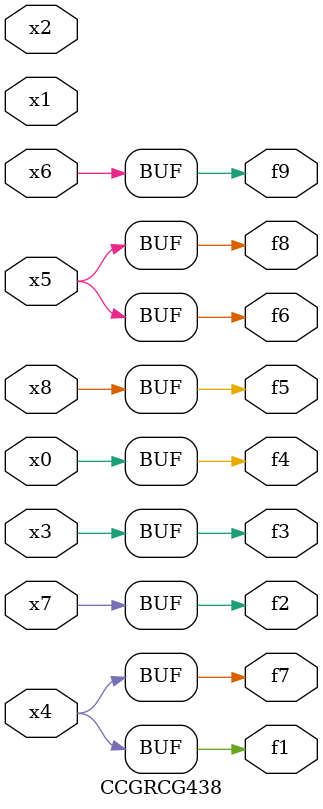
<source format=v>
module CCGRCG438(
	input x0, x1, x2, x3, x4, x5, x6, x7, x8,
	output f1, f2, f3, f4, f5, f6, f7, f8, f9
);
	assign f1 = x4;
	assign f2 = x7;
	assign f3 = x3;
	assign f4 = x0;
	assign f5 = x8;
	assign f6 = x5;
	assign f7 = x4;
	assign f8 = x5;
	assign f9 = x6;
endmodule

</source>
